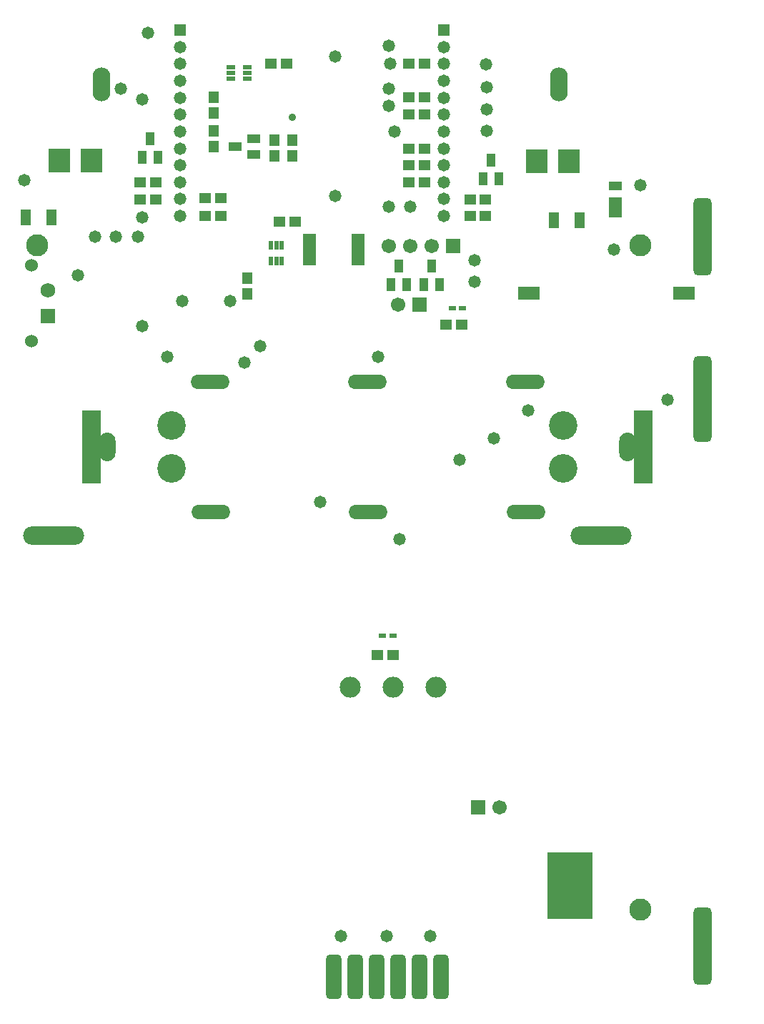
<source format=gbs>
%FSLAX23Y23*%
%MOIN*%
G70*
G01*
G75*
G04 Layer_Color=16711935*
%ADD10C,0.008*%
%ADD11R,0.043X0.045*%
%ADD12R,0.045X0.043*%
%ADD13R,0.020X0.020*%
%ADD14R,0.060X0.124*%
%ADD15R,0.055X0.138*%
%ADD16R,0.069X0.043*%
%ADD17R,0.020X0.049*%
%ADD18R,0.059X0.057*%
%ADD19R,0.014X0.035*%
%ADD20R,0.051X0.108*%
%ADD21R,0.040X0.040*%
%ADD22R,0.050X0.040*%
%ADD23O,0.024X0.073*%
%ADD24R,0.124X0.060*%
%ADD25R,0.057X0.016*%
%ADD26R,0.066X0.124*%
%ADD27R,0.071X0.071*%
%ADD28O,0.010X0.031*%
%ADD29O,0.031X0.010*%
%ADD30R,0.028X0.035*%
%ADD31O,0.028X0.010*%
%ADD32R,0.024X0.024*%
%ADD33R,0.059X0.169*%
%ADD34R,0.043X0.069*%
%ADD35R,0.055X0.035*%
%ADD36R,0.055X0.087*%
%ADD37R,0.016X0.024*%
%ADD38R,0.033X0.051*%
%ADD39R,0.057X0.059*%
G04:AMPARAMS|DCode=40|XSize=65mil|YSize=220mil|CornerRadius=16mil|HoleSize=0mil|Usage=FLASHONLY|Rotation=180.000|XOffset=0mil|YOffset=0mil|HoleType=Round|Shape=RoundedRectangle|*
%AMROUNDEDRECTD40*
21,1,0.065,0.188,0,0,180.0*
21,1,0.033,0.220,0,0,180.0*
1,1,0.033,-0.016,0.094*
1,1,0.033,0.016,0.094*
1,1,0.033,0.016,-0.094*
1,1,0.033,-0.016,-0.094*
%
%ADD40ROUNDEDRECTD40*%
G04:AMPARAMS|DCode=41|XSize=65mil|YSize=200mil|CornerRadius=16mil|HoleSize=0mil|Usage=FLASHONLY|Rotation=180.000|XOffset=0mil|YOffset=0mil|HoleType=Round|Shape=RoundedRectangle|*
%AMROUNDEDRECTD41*
21,1,0.065,0.168,0,0,180.0*
21,1,0.033,0.200,0,0,180.0*
1,1,0.033,-0.016,0.084*
1,1,0.033,0.016,0.084*
1,1,0.033,0.016,-0.084*
1,1,0.033,-0.016,-0.084*
%
%ADD41ROUNDEDRECTD41*%
%ADD42R,0.014X0.067*%
%ADD43R,0.051X0.033*%
%ADD44R,0.037X0.039*%
%ADD45R,0.024X0.045*%
%ADD46C,0.012*%
%ADD47C,0.010*%
%ADD48C,0.025*%
%ADD49C,0.015*%
%ADD50C,0.020*%
%ADD51C,0.050*%
%ADD52C,0.030*%
%ADD53C,0.040*%
%ADD54R,0.050X0.050*%
%ADD55C,0.050*%
%ADD56O,0.075X0.150*%
%ADD57R,0.059X0.059*%
%ADD58C,0.059*%
%ADD59C,0.090*%
%ADD60C,0.060*%
%ADD61R,0.060X0.060*%
%ADD62C,0.052*%
G04:AMPARAMS|DCode=63|XSize=354mil|YSize=79mil|CornerRadius=20mil|HoleSize=0mil|Usage=FLASHONLY|Rotation=270.000|XOffset=0mil|YOffset=0mil|HoleType=Round|Shape=RoundedRectangle|*
%AMROUNDEDRECTD63*
21,1,0.354,0.039,0,0,270.0*
21,1,0.315,0.079,0,0,270.0*
1,1,0.039,-0.020,-0.157*
1,1,0.039,-0.020,0.157*
1,1,0.039,0.020,0.157*
1,1,0.039,0.020,-0.157*
%
%ADD63ROUNDEDRECTD63*%
G04:AMPARAMS|DCode=64|XSize=394mil|YSize=79mil|CornerRadius=20mil|HoleSize=0mil|Usage=FLASHONLY|Rotation=270.000|XOffset=0mil|YOffset=0mil|HoleType=Round|Shape=RoundedRectangle|*
%AMROUNDEDRECTD64*
21,1,0.394,0.039,0,0,270.0*
21,1,0.354,0.079,0,0,270.0*
1,1,0.039,-0.020,-0.177*
1,1,0.039,-0.020,0.177*
1,1,0.039,0.020,0.177*
1,1,0.039,0.020,-0.177*
%
%ADD64ROUNDEDRECTD64*%
%ADD65O,0.276X0.079*%
%ADD66C,0.125*%
%ADD67O,0.173X0.059*%
%ADD68O,0.070X0.125*%
%ADD69R,0.079X0.335*%
%ADD70C,0.157*%
%ADD71C,0.030*%
%ADD72C,0.028*%
%ADD73C,0.040*%
%ADD74C,0.024*%
%ADD75C,0.080*%
%ADD76C,0.100*%
%ADD77C,0.060*%
G04:AMPARAMS|DCode=78|XSize=90mil|YSize=90mil|CornerRadius=0mil|HoleSize=0mil|Usage=FLASHONLY|Rotation=0.000|XOffset=0mil|YOffset=0mil|HoleType=Round|Shape=Relief|Width=20mil|Gap=10mil|Entries=4|*
%AMTHD78*
7,0,0,0.090,0.070,0.020,45*
%
%ADD78THD78*%
%ADD79C,0.070*%
%ADD80O,0.115X0.190*%
G04:AMPARAMS|DCode=81|XSize=95.433mil|YSize=95.433mil|CornerRadius=0mil|HoleSize=0mil|Usage=FLASHONLY|Rotation=0.000|XOffset=0mil|YOffset=0mil|HoleType=Round|Shape=Relief|Width=20mil|Gap=10mil|Entries=4|*
%AMTHD81*
7,0,0,0.095,0.075,0.020,45*
%
%ADD81THD81*%
%ADD82C,0.075*%
G04:AMPARAMS|DCode=83|XSize=117mil|YSize=117mil|CornerRadius=0mil|HoleSize=0mil|Usage=FLASHONLY|Rotation=0.000|XOffset=0mil|YOffset=0mil|HoleType=Round|Shape=Relief|Width=20mil|Gap=10mil|Entries=4|*
%AMTHD83*
7,0,0,0.117,0.097,0.020,45*
%
%ADD83THD83*%
%ADD84C,0.097*%
G04:AMPARAMS|DCode=85|XSize=102.126mil|YSize=102.126mil|CornerRadius=0mil|HoleSize=0mil|Usage=FLASHONLY|Rotation=0.000|XOffset=0mil|YOffset=0mil|HoleType=Round|Shape=Relief|Width=20mil|Gap=10mil|Entries=4|*
%AMTHD85*
7,0,0,0.102,0.082,0.020,45*
%
%ADD85THD85*%
%ADD86C,0.082*%
%ADD87C,0.092*%
%AMTHOVALD88*
21,1,0.267,0.088,0,0,270.0*
1,1,0.088,0.000,0.134*
1,1,0.088,0.000,-0.134*
21,0,0.267,0.068,0,0,270.0*
1,0,0.068,0.000,0.134*
1,0,0.068,0.000,-0.134*
4,0,4,-0.007,0.127,-0.038,0.158,-0.024,0.172,0.007,0.141,-0.007,0.127,0.0*
4,0,4,-0.007,-0.141,0.024,-0.172,0.038,-0.158,0.007,-0.127,-0.007,-0.141,0.0*
4,0,4,-0.007,0.141,0.024,0.172,0.038,0.158,0.007,0.127,-0.007,0.141,0.0*
4,0,4,-0.007,-0.127,-0.038,-0.158,-0.024,-0.172,0.007,-0.141,-0.007,-0.127,0.0*
%
%ADD88THOVALD88*%

%ADD89O,0.068X0.335*%
%ADD90O,0.316X0.119*%
G04:AMPARAMS|DCode=91|XSize=88mil|YSize=88mil|CornerRadius=0mil|HoleSize=0mil|Usage=FLASHONLY|Rotation=0.000|XOffset=0mil|YOffset=0mil|HoleType=Round|Shape=Relief|Width=20mil|Gap=10mil|Entries=4|*
%AMTHD91*
7,0,0,0.088,0.068,0.020,45*
%
%ADD91THD91*%
%ADD92C,0.112*%
%ADD93O,0.215X0.110*%
%ADD94O,0.068X0.112*%
%ADD95O,0.068X0.365*%
G04:AMPARAMS|DCode=96|XSize=132mil|YSize=132mil|CornerRadius=0mil|HoleSize=0mil|Usage=FLASHONLY|Rotation=0.000|XOffset=0mil|YOffset=0mil|HoleType=Round|Shape=Relief|Width=20mil|Gap=10mil|Entries=4|*
%AMTHD96*
7,0,0,0.132,0.112,0.020,45*
%
%ADD96THD96*%
%AMTHOVALD97*
21,1,0.044,0.088,0,0,270.0*
1,1,0.088,0.000,0.022*
1,1,0.088,0.000,-0.022*
21,0,0.044,0.068,0,0,270.0*
1,0,0.068,0.000,0.022*
1,0,0.068,0.000,-0.022*
4,0,4,-0.007,0.015,-0.038,0.046,-0.024,0.060,0.007,0.029,-0.007,0.015,0.0*
4,0,4,-0.007,-0.029,0.024,-0.060,0.038,-0.046,0.007,-0.015,-0.007,-0.029,0.0*
4,0,4,-0.007,0.029,0.024,0.060,0.038,0.046,0.007,0.015,-0.007,0.029,0.0*
4,0,4,-0.007,-0.015,-0.038,-0.046,-0.024,-0.060,0.007,-0.029,-0.007,-0.015,0.0*
%
%ADD97THOVALD97*%

%AMTHOVALD98*
21,1,0.297,0.088,0,0,270.0*
1,1,0.088,0.000,0.148*
1,1,0.088,0.000,-0.148*
21,0,0.297,0.068,0,0,270.0*
1,0,0.068,0.000,0.148*
1,0,0.068,0.000,-0.148*
4,0,4,-0.007,0.141,-0.038,0.172,-0.024,0.187,0.007,0.155,-0.007,0.141,0.0*
4,0,4,-0.007,-0.155,0.024,-0.187,0.038,-0.172,0.007,-0.141,-0.007,-0.155,0.0*
4,0,4,-0.007,0.155,0.024,0.187,0.038,0.172,0.007,0.141,-0.007,0.155,0.0*
4,0,4,-0.007,-0.141,-0.038,-0.172,-0.024,-0.187,0.007,-0.155,-0.007,-0.141,0.0*
%
%ADD98THOVALD98*%

G04:AMPARAMS|DCode=99|XSize=210mil|YSize=210mil|CornerRadius=0mil|HoleSize=0mil|Usage=FLASHONLY|Rotation=0.000|XOffset=0mil|YOffset=0mil|HoleType=Round|Shape=Relief|Width=20mil|Gap=10mil|Entries=4|*
%AMTHD99*
7,0,0,0.210,0.190,0.020,45*
%
%ADD99THD99*%
%ADD100C,0.052*%
G04:AMPARAMS|DCode=101|XSize=72mil|YSize=72mil|CornerRadius=0mil|HoleSize=0mil|Usage=FLASHONLY|Rotation=0.000|XOffset=0mil|YOffset=0mil|HoleType=Round|Shape=Relief|Width=20mil|Gap=10mil|Entries=4|*
%AMTHD101*
7,0,0,0.072,0.052,0.020,45*
%
%ADD101THD101*%
%ADD102C,0.051*%
G04:AMPARAMS|DCode=103|XSize=71mil|YSize=71mil|CornerRadius=0mil|HoleSize=0mil|Usage=FLASHONLY|Rotation=0.000|XOffset=0mil|YOffset=0mil|HoleType=Round|Shape=Relief|Width=20mil|Gap=10mil|Entries=4|*
%AMTHD103*
7,0,0,0.071,0.051,0.020,45*
%
%ADD103THD103*%
%ADD104C,0.068*%
G04:AMPARAMS|DCode=105|XSize=80mil|YSize=80mil|CornerRadius=0mil|HoleSize=0mil|Usage=FLASHONLY|Rotation=0.000|XOffset=0mil|YOffset=0mil|HoleType=Round|Shape=Relief|Width=20mil|Gap=10mil|Entries=4|*
%AMTHD105*
7,0,0,0.080,0.060,0.020,45*
%
%ADD105THD105*%
G04:AMPARAMS|DCode=106|XSize=84mil|YSize=84mil|CornerRadius=0mil|HoleSize=0mil|Usage=FLASHONLY|Rotation=0.000|XOffset=0mil|YOffset=0mil|HoleType=Round|Shape=Relief|Width=20mil|Gap=10mil|Entries=4|*
%AMTHD106*
7,0,0,0.084,0.064,0.020,45*
%
%ADD106THD106*%
%AMTHOVALD107*
21,1,0.044,0.088,0,0,450.0*
1,1,0.088,0.000,-0.022*
1,1,0.088,0.000,0.022*
21,0,0.044,0.068,0,0,450.0*
1,0,0.068,0.000,-0.022*
1,0,0.068,0.000,0.022*
4,0,4,0.007,-0.015,0.038,-0.046,0.024,-0.060,-0.007,-0.029,0.007,-0.015,0.0*
4,0,4,0.007,0.029,-0.024,0.060,-0.038,0.046,-0.007,0.015,0.007,0.029,0.0*
4,0,4,0.007,-0.029,-0.024,-0.060,-0.038,-0.046,-0.007,-0.015,0.007,-0.029,0.0*
4,0,4,0.007,0.015,0.038,0.046,0.024,0.060,-0.007,0.029,0.007,0.015,0.0*
%
%ADD107THOVALD107*%

%ADD108C,0.190*%
%ADD109C,0.064*%
%ADD110R,0.092X0.051*%
%ADD111R,0.024X0.016*%
%ADD112R,0.035X0.014*%
%ADD113C,0.010*%
%ADD114C,0.024*%
%ADD115C,0.005*%
%ADD116C,0.004*%
%ADD117C,0.007*%
%ADD118C,0.008*%
%ADD119C,0.004*%
%ADD120C,0.001*%
%ADD121C,0.002*%
%ADD122R,0.051X0.053*%
%ADD123R,0.053X0.051*%
%ADD124R,0.068X0.132*%
%ADD125R,0.063X0.146*%
%ADD126R,0.077X0.051*%
%ADD127R,0.028X0.057*%
%ADD128R,0.067X0.065*%
%ADD129R,0.022X0.043*%
%ADD130R,0.059X0.116*%
%ADD131R,0.048X0.048*%
%ADD132R,0.058X0.048*%
%ADD133O,0.032X0.081*%
%ADD134R,0.132X0.068*%
%ADD135R,0.065X0.024*%
%ADD136R,0.074X0.132*%
%ADD137R,0.079X0.079*%
%ADD138O,0.018X0.039*%
%ADD139O,0.039X0.018*%
%ADD140R,0.036X0.043*%
%ADD141O,0.036X0.018*%
%ADD142R,0.032X0.032*%
%ADD143R,0.067X0.177*%
%ADD144R,0.051X0.077*%
%ADD145R,0.063X0.043*%
%ADD146R,0.063X0.095*%
%ADD147R,0.024X0.032*%
%ADD148R,0.041X0.059*%
%ADD149R,0.065X0.067*%
G04:AMPARAMS|DCode=150|XSize=73mil|YSize=228mil|CornerRadius=20mil|HoleSize=0mil|Usage=FLASHONLY|Rotation=180.000|XOffset=0mil|YOffset=0mil|HoleType=Round|Shape=RoundedRectangle|*
%AMROUNDEDRECTD150*
21,1,0.073,0.188,0,0,180.0*
21,1,0.033,0.228,0,0,180.0*
1,1,0.041,-0.016,0.094*
1,1,0.041,0.016,0.094*
1,1,0.041,0.016,-0.094*
1,1,0.041,-0.016,-0.094*
%
%ADD150ROUNDEDRECTD150*%
G04:AMPARAMS|DCode=151|XSize=73mil|YSize=208mil|CornerRadius=20mil|HoleSize=0mil|Usage=FLASHONLY|Rotation=180.000|XOffset=0mil|YOffset=0mil|HoleType=Round|Shape=RoundedRectangle|*
%AMROUNDEDRECTD151*
21,1,0.073,0.168,0,0,180.0*
21,1,0.033,0.208,0,0,180.0*
1,1,0.041,-0.016,0.084*
1,1,0.041,0.016,0.084*
1,1,0.041,0.016,-0.084*
1,1,0.041,-0.016,-0.084*
%
%ADD151ROUNDEDRECTD151*%
%ADD152R,0.022X0.075*%
%ADD153R,0.059X0.041*%
%ADD154R,0.045X0.047*%
%ADD155R,0.032X0.053*%
%ADD156R,0.058X0.058*%
%ADD157C,0.058*%
%ADD158O,0.083X0.158*%
%ADD159R,0.067X0.067*%
%ADD160C,0.067*%
%ADD161C,0.098*%
%ADD162R,0.068X0.068*%
%ADD163C,0.060*%
G04:AMPARAMS|DCode=164|XSize=362mil|YSize=87mil|CornerRadius=24mil|HoleSize=0mil|Usage=FLASHONLY|Rotation=270.000|XOffset=0mil|YOffset=0mil|HoleType=Round|Shape=RoundedRectangle|*
%AMROUNDEDRECTD164*
21,1,0.362,0.039,0,0,270.0*
21,1,0.315,0.087,0,0,270.0*
1,1,0.047,-0.020,-0.157*
1,1,0.047,-0.020,0.157*
1,1,0.047,0.020,0.157*
1,1,0.047,0.020,-0.157*
%
%ADD164ROUNDEDRECTD164*%
G04:AMPARAMS|DCode=165|XSize=402mil|YSize=87mil|CornerRadius=24mil|HoleSize=0mil|Usage=FLASHONLY|Rotation=270.000|XOffset=0mil|YOffset=0mil|HoleType=Round|Shape=RoundedRectangle|*
%AMROUNDEDRECTD165*
21,1,0.402,0.039,0,0,270.0*
21,1,0.354,0.087,0,0,270.0*
1,1,0.047,-0.020,-0.177*
1,1,0.047,-0.020,0.177*
1,1,0.047,0.020,0.177*
1,1,0.047,0.020,-0.177*
%
%ADD165ROUNDEDRECTD165*%
%ADD166C,0.103*%
%ADD167O,0.284X0.087*%
%ADD168C,0.133*%
%ADD169O,0.181X0.067*%
%ADD170O,0.078X0.133*%
%ADD171R,0.087X0.343*%
%ADD172C,0.165*%
%ADD173C,0.036*%
%ADD174R,0.100X0.059*%
%ADD175R,0.032X0.024*%
%ADD176R,0.043X0.022*%
G36*
X11161Y3807D02*
X11260D01*
Y3917D01*
X11161D01*
Y3807D01*
D02*
G37*
G36*
X11111Y330D02*
X11321D01*
Y640D01*
X11111D01*
Y330D01*
D02*
G37*
G36*
X11010Y3807D02*
X11110D01*
Y3917D01*
X11010D01*
Y3807D01*
D02*
G37*
G36*
X8785Y3810D02*
X8884D01*
Y3920D01*
X8785D01*
Y3810D01*
D02*
G37*
G36*
X8935D02*
X9035D01*
Y3920D01*
X8935D01*
Y3810D01*
D02*
G37*
D13*
X11211Y3862D02*
D03*
X11059D02*
D03*
X8985Y3865D02*
D03*
X8834D02*
D03*
D104*
X8780Y3260D02*
D03*
D122*
X9711Y3317D02*
D03*
Y3244D02*
D03*
X9921Y3961D02*
D03*
Y3889D02*
D03*
X9836Y3961D02*
D03*
Y3889D02*
D03*
X9553Y3932D02*
D03*
Y4005D02*
D03*
X9553Y4161D02*
D03*
Y4089D02*
D03*
D123*
X10822Y3685D02*
D03*
X10750D02*
D03*
X10822Y3606D02*
D03*
X10750D02*
D03*
X10389Y1562D02*
D03*
X10316D02*
D03*
X10711Y3102D02*
D03*
X10638D02*
D03*
X9210Y3685D02*
D03*
X9283D02*
D03*
X9283Y3764D02*
D03*
X9210D02*
D03*
X10465Y3920D02*
D03*
X10538D02*
D03*
X10465Y4080D02*
D03*
X10538D02*
D03*
X10465Y4160D02*
D03*
X10538D02*
D03*
X10465Y4317D02*
D03*
X10538D02*
D03*
X10465Y3764D02*
D03*
X10538D02*
D03*
Y3843D02*
D03*
X10465D02*
D03*
X9860Y3582D02*
D03*
X9933D02*
D03*
X9515Y3606D02*
D03*
X9588D02*
D03*
X9515Y3690D02*
D03*
X9588D02*
D03*
X9820Y4317D02*
D03*
X9893D02*
D03*
D125*
X9999Y3450D02*
D03*
X10228D02*
D03*
D129*
X9821Y3471D02*
D03*
X9846D02*
D03*
X9872D02*
D03*
Y3396D02*
D03*
X9846D02*
D03*
X9821D02*
D03*
D144*
X11142Y3587D02*
D03*
X11260D02*
D03*
X8796Y3600D02*
D03*
X8678D02*
D03*
D145*
X11427Y3749D02*
D03*
D146*
Y3649D02*
D03*
D148*
X10809Y3782D02*
D03*
X10884Y3782D02*
D03*
X10846Y3868D02*
D03*
X10533Y3287D02*
D03*
X10607Y3287D02*
D03*
X10570Y3373D02*
D03*
X10380Y3287D02*
D03*
X10455Y3287D02*
D03*
X10417Y3373D02*
D03*
X9219Y3882D02*
D03*
X9294Y3882D02*
D03*
X9257Y3968D02*
D03*
D151*
X10114Y60D02*
D03*
X10214D02*
D03*
X10314D02*
D03*
X10414D02*
D03*
X10514D02*
D03*
X10614D02*
D03*
D153*
X9653Y3932D02*
D03*
X9739Y3969D02*
D03*
X9739Y3894D02*
D03*
D156*
X9398Y4473D02*
D03*
X10626D02*
D03*
D157*
X9398Y4395D02*
D03*
Y4316D02*
D03*
Y4237D02*
D03*
Y4158D02*
D03*
Y4080D02*
D03*
Y4001D02*
D03*
Y3922D02*
D03*
Y3844D02*
D03*
Y3765D02*
D03*
Y3686D02*
D03*
Y3607D02*
D03*
X10626Y4395D02*
D03*
Y4316D02*
D03*
Y4237D02*
D03*
Y4158D02*
D03*
Y4080D02*
D03*
Y4001D02*
D03*
Y3922D02*
D03*
Y3844D02*
D03*
Y3765D02*
D03*
Y3686D02*
D03*
Y3607D02*
D03*
X10701Y2470D02*
D03*
X8922Y3331D02*
D03*
X10826Y4005D02*
D03*
Y4105D02*
D03*
Y4206D02*
D03*
X10825Y4315D02*
D03*
X9121Y4200D02*
D03*
X9221Y3600D02*
D03*
X11421Y3450D02*
D03*
X10771Y3300D02*
D03*
X9221Y3095D02*
D03*
X8671Y3775D02*
D03*
X10421Y2100D02*
D03*
X10052Y2275D02*
D03*
X9221Y4150D02*
D03*
X9696Y2925D02*
D03*
X9771Y3000D02*
D03*
X10321Y2950D02*
D03*
X11671Y2750D02*
D03*
X10121Y4350D02*
D03*
Y3700D02*
D03*
X10371Y4200D02*
D03*
Y4400D02*
D03*
X10396Y4000D02*
D03*
X10371Y3650D02*
D03*
X10471D02*
D03*
X11021Y2700D02*
D03*
X10862Y2570D02*
D03*
X9200Y3511D02*
D03*
X10362Y252D02*
D03*
X10146D02*
D03*
X11545Y3750D02*
D03*
X9337Y2950D02*
D03*
X9406Y3210D02*
D03*
X9631Y3210D02*
D03*
X10565Y250D02*
D03*
X9096Y3510D02*
D03*
X9001D02*
D03*
X9246Y4460D02*
D03*
X10771Y3400D02*
D03*
X10376Y4317D02*
D03*
X10371Y4120D02*
D03*
D158*
X11163Y4220D02*
D03*
X9031D02*
D03*
D159*
X10514Y3193D02*
D03*
X10786Y850D02*
D03*
X10671Y3468D02*
D03*
D160*
X10414Y3193D02*
D03*
X10886Y850D02*
D03*
X10371Y3468D02*
D03*
X10471D02*
D03*
X10571D02*
D03*
D161*
X10189Y1412D02*
D03*
X10389D02*
D03*
X10589D02*
D03*
D162*
X8780Y3142D02*
D03*
D163*
X8703Y3378D02*
D03*
Y3024D02*
D03*
D164*
X11834Y204D02*
D03*
X11834Y3511D02*
D03*
D165*
Y2755D02*
D03*
D166*
X8730Y3472D02*
D03*
X11545Y375D02*
D03*
Y3472D02*
D03*
D167*
X11361Y2117D02*
D03*
X8806D02*
D03*
D168*
X9357Y2630D02*
D03*
Y2430D02*
D03*
X11184Y2630D02*
D03*
Y2430D02*
D03*
D169*
X9538Y2835D02*
D03*
X10271Y2835D02*
D03*
X9542Y2227D02*
D03*
X10275Y2227D02*
D03*
X11006Y2835D02*
D03*
X11010Y2227D02*
D03*
D170*
X9057Y2530D02*
D03*
X11484D02*
D03*
D171*
X8985D02*
D03*
X11556Y2530D02*
D03*
D172*
X11211Y529D02*
D03*
D173*
X9919Y4068D02*
D03*
D174*
X11747Y3246D02*
D03*
X11025D02*
D03*
D175*
X10715Y3178D02*
D03*
X10666D02*
D03*
X10340Y1652D02*
D03*
X10389D02*
D03*
D176*
X9634Y4249D02*
D03*
Y4275D02*
D03*
Y4301D02*
D03*
X9709D02*
D03*
Y4275D02*
D03*
Y4249D02*
D03*
M02*

</source>
